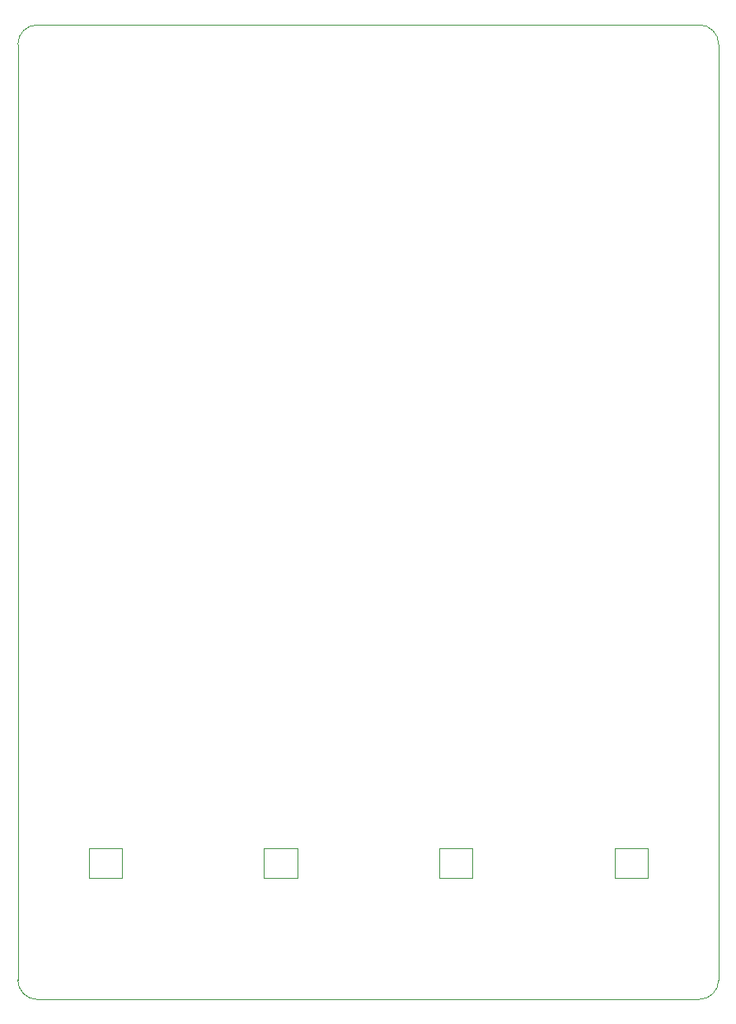
<source format=gbr>
G04 #@! TF.GenerationSoftware,KiCad,Pcbnew,5.1.5+dfsg1-2build2*
G04 #@! TF.CreationDate,2021-03-25T10:03:56+09:00*
G04 #@! TF.ProjectId,pad,7061642e-6b69-4636-9164-5f7063625858,rev?*
G04 #@! TF.SameCoordinates,Original*
G04 #@! TF.FileFunction,Profile,NP*
%FSLAX46Y46*%
G04 Gerber Fmt 4.6, Leading zero omitted, Abs format (unit mm)*
G04 Created by KiCad (PCBNEW 5.1.5+dfsg1-2build2) date 2021-03-25 10:03:56*
%MOMM*%
%LPD*%
G04 APERTURE LIST*
%ADD10C,0.050000*%
%ADD11C,0.120000*%
G04 APERTURE END LIST*
D10*
X76500000Y-154500000D02*
G75*
G02X74500000Y-152500000I0J2000000D01*
G01*
X74500000Y-56500000D02*
G75*
G02X76500000Y-54500000I2000000J0D01*
G01*
X144500000Y-54500000D02*
G75*
G02X146500000Y-56500000I0J-2000000D01*
G01*
X146500000Y-152500000D02*
G75*
G02X144500000Y-154500000I-2000000J0D01*
G01*
X74500000Y-56500000D02*
X74500000Y-152500000D01*
X144500000Y-54500000D02*
X76500000Y-54500000D01*
X146500000Y-152500000D02*
X146500000Y-56500000D01*
X76500000Y-154500000D02*
X144500000Y-154500000D01*
D11*
X85200000Y-142000000D02*
X81800000Y-142000000D01*
X85200000Y-139000000D02*
X85200000Y-142000000D01*
X81800000Y-139000000D02*
X85200000Y-139000000D01*
X81800000Y-142000000D02*
X81800000Y-139000000D01*
X99800000Y-142000000D02*
X99800000Y-139000000D01*
X99800000Y-139000000D02*
X103200000Y-139000000D01*
X103200000Y-139000000D02*
X103200000Y-142000000D01*
X103200000Y-142000000D02*
X99800000Y-142000000D01*
X121200000Y-142000000D02*
X117800000Y-142000000D01*
X121200000Y-139000000D02*
X121200000Y-142000000D01*
X117800000Y-139000000D02*
X121200000Y-139000000D01*
X117800000Y-142000000D02*
X117800000Y-139000000D01*
X135800000Y-142000000D02*
X135800000Y-139000000D01*
X135800000Y-139000000D02*
X139200000Y-139000000D01*
X139200000Y-139000000D02*
X139200000Y-142000000D01*
X139200000Y-142000000D02*
X135800000Y-142000000D01*
M02*

</source>
